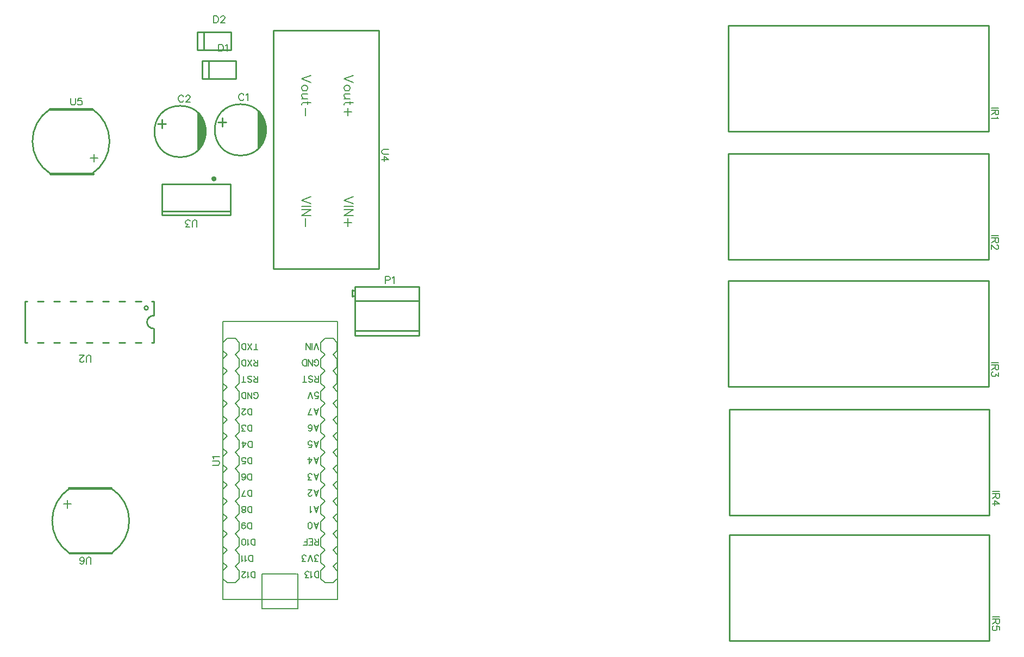
<source format=gto>
G04 Layer: TopSilkscreenLayer*
G04 EasyEDA v6.5.42, 2024-03-09 14:26:13*
G04 86abbcd208f74741804ea8bf9407674b,eef5abb128bb431e85b49fc667c07292,10*
G04 Gerber Generator version 0.2*
G04 Scale: 100 percent, Rotated: No, Reflected: No *
G04 Dimensions in millimeters *
G04 leading zeros omitted , absolute positions ,4 integer and 5 decimal *
%FSLAX45Y45*%
%MOMM*%

%ADD10C,0.1524*%
%ADD11C,0.2032*%
%ADD12C,0.1500*%
%ADD13C,0.2540*%
%ADD14C,0.1520*%
%ADD15C,0.4000*%
%ADD16C,0.0133*%

%LPD*%
D10*
X1066797Y-1370584D02*
G01*
X1066797Y-1448561D01*
X1071877Y-1464055D01*
X1082291Y-1474469D01*
X1098039Y-1479550D01*
X1108453Y-1479550D01*
X1123947Y-1474469D01*
X1134361Y-1464055D01*
X1139441Y-1448561D01*
X1139441Y-1370584D01*
X1236215Y-1370584D02*
G01*
X1184145Y-1370584D01*
X1179065Y-1417319D01*
X1184145Y-1412239D01*
X1199893Y-1406905D01*
X1215387Y-1406905D01*
X1230881Y-1412239D01*
X1241295Y-1422400D01*
X1246629Y-1438147D01*
X1246629Y-1448561D01*
X1241295Y-1464055D01*
X1230881Y-1474469D01*
X1215387Y-1479550D01*
X1199893Y-1479550D01*
X1184145Y-1474469D01*
X1179065Y-1469389D01*
X1173731Y-1458976D01*
D11*
X1433065Y-2244089D02*
G01*
X1433065Y-2366771D01*
X1371597Y-2305303D02*
G01*
X1494279Y-2305303D01*
D10*
X1384302Y-8637015D02*
G01*
X1384302Y-8559037D01*
X1379222Y-8543543D01*
X1368808Y-8533129D01*
X1353060Y-8528050D01*
X1342646Y-8528050D01*
X1327152Y-8533129D01*
X1316738Y-8543543D01*
X1311658Y-8559037D01*
X1311658Y-8637015D01*
X1214884Y-8621521D02*
G01*
X1220218Y-8631935D01*
X1235712Y-8637015D01*
X1246126Y-8637015D01*
X1261620Y-8631935D01*
X1272034Y-8616187D01*
X1277368Y-8590279D01*
X1277368Y-8564371D01*
X1272034Y-8543543D01*
X1261620Y-8533129D01*
X1246126Y-8528050D01*
X1240792Y-8528050D01*
X1225298Y-8533129D01*
X1214884Y-8543543D01*
X1209804Y-8559037D01*
X1209804Y-8564371D01*
X1214884Y-8579865D01*
X1225298Y-8590279D01*
X1240792Y-8595359D01*
X1246126Y-8595359D01*
X1261620Y-8590279D01*
X1272034Y-8579865D01*
X1277368Y-8564371D01*
D11*
X1018034Y-7763509D02*
G01*
X1018034Y-7640827D01*
X1079502Y-7702295D02*
G01*
X956820Y-7702295D01*
D10*
X3763477Y-1327452D02*
G01*
X3758143Y-1317038D01*
X3747729Y-1306624D01*
X3737569Y-1301544D01*
X3716741Y-1301544D01*
X3706327Y-1306624D01*
X3695913Y-1317038D01*
X3690579Y-1327452D01*
X3685499Y-1343200D01*
X3685499Y-1369108D01*
X3690579Y-1384602D01*
X3695913Y-1395016D01*
X3706327Y-1405430D01*
X3716741Y-1410510D01*
X3737569Y-1410510D01*
X3747729Y-1405430D01*
X3758143Y-1395016D01*
X3763477Y-1384602D01*
X3797767Y-1322372D02*
G01*
X3808181Y-1317038D01*
X3823675Y-1301544D01*
X3823675Y-1410510D01*
X2823677Y-1352852D02*
G01*
X2818343Y-1342438D01*
X2807929Y-1332024D01*
X2797769Y-1326944D01*
X2776941Y-1326944D01*
X2766527Y-1332024D01*
X2756113Y-1342438D01*
X2750779Y-1352852D01*
X2745699Y-1368600D01*
X2745699Y-1394508D01*
X2750779Y-1410002D01*
X2756113Y-1420416D01*
X2766527Y-1430830D01*
X2776941Y-1435910D01*
X2797769Y-1435910D01*
X2807929Y-1430830D01*
X2818343Y-1420416D01*
X2823677Y-1410002D01*
X2863047Y-1352852D02*
G01*
X2863047Y-1347772D01*
X2868381Y-1337358D01*
X2873461Y-1332024D01*
X2883875Y-1326944D01*
X2904703Y-1326944D01*
X2915117Y-1332024D01*
X2920197Y-1337358D01*
X2925531Y-1347772D01*
X2925531Y-1358186D01*
X2920197Y-1368600D01*
X2909783Y-1384094D01*
X2857967Y-1435910D01*
X2930611Y-1435910D01*
X3371850Y-532384D02*
G01*
X3371850Y-641350D01*
X3371850Y-532384D02*
G01*
X3408171Y-532384D01*
X3423920Y-537463D01*
X3434079Y-547877D01*
X3439413Y-558292D01*
X3444493Y-574039D01*
X3444493Y-599947D01*
X3439413Y-615442D01*
X3434079Y-625855D01*
X3423920Y-636269D01*
X3408171Y-641350D01*
X3371850Y-641350D01*
X3478784Y-553211D02*
G01*
X3489197Y-547877D01*
X3504945Y-532384D01*
X3504945Y-641350D01*
X3295650Y-87884D02*
G01*
X3295650Y-196850D01*
X3295650Y-87884D02*
G01*
X3331971Y-87884D01*
X3347720Y-92963D01*
X3357879Y-103377D01*
X3363213Y-113792D01*
X3368293Y-129539D01*
X3368293Y-155447D01*
X3363213Y-170942D01*
X3357879Y-181355D01*
X3347720Y-191769D01*
X3331971Y-196850D01*
X3295650Y-196850D01*
X3407918Y-113792D02*
G01*
X3407918Y-108711D01*
X3412997Y-98297D01*
X3418331Y-92963D01*
X3428745Y-87884D01*
X3449320Y-87884D01*
X3459734Y-92963D01*
X3465068Y-98297D01*
X3470147Y-108711D01*
X3470147Y-119126D01*
X3465068Y-129539D01*
X3454654Y-145034D01*
X3402584Y-196850D01*
X3475481Y-196850D01*
X15520416Y-1524000D02*
G01*
X15411450Y-1524000D01*
X15520416Y-1558289D02*
G01*
X15411450Y-1558289D01*
X15520416Y-1558289D02*
G01*
X15520416Y-1605026D01*
X15515336Y-1620519D01*
X15510002Y-1625853D01*
X15499588Y-1630934D01*
X15489173Y-1630934D01*
X15478759Y-1625853D01*
X15473679Y-1620519D01*
X15468600Y-1605026D01*
X15468600Y-1558289D01*
X15468600Y-1594611D02*
G01*
X15411450Y-1630934D01*
X15499588Y-1665223D02*
G01*
X15504921Y-1675637D01*
X15520416Y-1691385D01*
X15411450Y-1691385D01*
X15520416Y-3517900D02*
G01*
X15411450Y-3517900D01*
X15520416Y-3552189D02*
G01*
X15411450Y-3552189D01*
X15520416Y-3552189D02*
G01*
X15520416Y-3598926D01*
X15515336Y-3614419D01*
X15510002Y-3619753D01*
X15499588Y-3624834D01*
X15489173Y-3624834D01*
X15478759Y-3619753D01*
X15473679Y-3614419D01*
X15468600Y-3598926D01*
X15468600Y-3552189D01*
X15468600Y-3588511D02*
G01*
X15411450Y-3624834D01*
X15494507Y-3664457D02*
G01*
X15499588Y-3664457D01*
X15510002Y-3669537D01*
X15515336Y-3674871D01*
X15520416Y-3685285D01*
X15520416Y-3705859D01*
X15515336Y-3716273D01*
X15510002Y-3721607D01*
X15499588Y-3726687D01*
X15489173Y-3726687D01*
X15478759Y-3721607D01*
X15463266Y-3711193D01*
X15411450Y-3659123D01*
X15411450Y-3732021D01*
X15520416Y-5499100D02*
G01*
X15411450Y-5499100D01*
X15520416Y-5533389D02*
G01*
X15411450Y-5533389D01*
X15520416Y-5533389D02*
G01*
X15520416Y-5580126D01*
X15515336Y-5595619D01*
X15510002Y-5600953D01*
X15499588Y-5606034D01*
X15489173Y-5606034D01*
X15478759Y-5600953D01*
X15473679Y-5595619D01*
X15468600Y-5580126D01*
X15468600Y-5533389D01*
X15468600Y-5569711D02*
G01*
X15411450Y-5606034D01*
X15520416Y-5650737D02*
G01*
X15520416Y-5707887D01*
X15478759Y-5676900D01*
X15478759Y-5692393D01*
X15473679Y-5702807D01*
X15468600Y-5707887D01*
X15452852Y-5713221D01*
X15442438Y-5713221D01*
X15426943Y-5707887D01*
X15416529Y-5697473D01*
X15411450Y-5681979D01*
X15411450Y-5666485D01*
X15416529Y-5650737D01*
X15421609Y-5645657D01*
X15432023Y-5640323D01*
X15533116Y-7505700D02*
G01*
X15424150Y-7505700D01*
X15533116Y-7539989D02*
G01*
X15424150Y-7539989D01*
X15533116Y-7539989D02*
G01*
X15533116Y-7586726D01*
X15528036Y-7602219D01*
X15522702Y-7607553D01*
X15512288Y-7612634D01*
X15501873Y-7612634D01*
X15491459Y-7607553D01*
X15486379Y-7602219D01*
X15481300Y-7586726D01*
X15481300Y-7539989D01*
X15481300Y-7576311D02*
G01*
X15424150Y-7612634D01*
X15533116Y-7698993D02*
G01*
X15460471Y-7646923D01*
X15460471Y-7724901D01*
X15533116Y-7698993D02*
G01*
X15424150Y-7698993D01*
X15533116Y-9461500D02*
G01*
X15424150Y-9461500D01*
X15533116Y-9495789D02*
G01*
X15424150Y-9495789D01*
X15533116Y-9495789D02*
G01*
X15533116Y-9542526D01*
X15528036Y-9558019D01*
X15522702Y-9563353D01*
X15512288Y-9568434D01*
X15501873Y-9568434D01*
X15491459Y-9563353D01*
X15486379Y-9558019D01*
X15481300Y-9542526D01*
X15481300Y-9495789D01*
X15481300Y-9532111D02*
G01*
X15424150Y-9568434D01*
X15533116Y-9665208D02*
G01*
X15533116Y-9613137D01*
X15486379Y-9608058D01*
X15491459Y-9613137D01*
X15496793Y-9628885D01*
X15496793Y-9644379D01*
X15491459Y-9659874D01*
X15481300Y-9670287D01*
X15465552Y-9675621D01*
X15455138Y-9675621D01*
X15439643Y-9670287D01*
X15429229Y-9659874D01*
X15424150Y-9644379D01*
X15424150Y-9628885D01*
X15429229Y-9613137D01*
X15434309Y-9608058D01*
X15444723Y-9602724D01*
X5970523Y-4153407D02*
G01*
X5970523Y-4262373D01*
X5970523Y-4153407D02*
G01*
X6017259Y-4153407D01*
X6032754Y-4158487D01*
X6038088Y-4163821D01*
X6043168Y-4174235D01*
X6043168Y-4189729D01*
X6038088Y-4200143D01*
X6032754Y-4205223D01*
X6017259Y-4210557D01*
X5970523Y-4210557D01*
X6077457Y-4174235D02*
G01*
X6087871Y-4168901D01*
X6103620Y-4153407D01*
X6103620Y-4262373D01*
X3275584Y-7099300D02*
G01*
X3353561Y-7099300D01*
X3369055Y-7094219D01*
X3379470Y-7083805D01*
X3384550Y-7068058D01*
X3384550Y-7057643D01*
X3379470Y-7042150D01*
X3369055Y-7031735D01*
X3353561Y-7026655D01*
X3275584Y-7026655D01*
X3296411Y-6992365D02*
G01*
X3291077Y-6981951D01*
X3275584Y-6966203D01*
X3384550Y-6966203D01*
D12*
X4929705Y-8847137D02*
G01*
X4929705Y-8751633D01*
X4929705Y-8847137D02*
G01*
X4897955Y-8847137D01*
X4884239Y-8842565D01*
X4875095Y-8833675D01*
X4870523Y-8824531D01*
X4865951Y-8810815D01*
X4865951Y-8788209D01*
X4870523Y-8774493D01*
X4875095Y-8765349D01*
X4884239Y-8756205D01*
X4897955Y-8751633D01*
X4929705Y-8751633D01*
X4835979Y-8829103D02*
G01*
X4827089Y-8833675D01*
X4813373Y-8847137D01*
X4813373Y-8751633D01*
X4774257Y-8847137D02*
G01*
X4724219Y-8847137D01*
X4751397Y-8810815D01*
X4737935Y-8810815D01*
X4728791Y-8806243D01*
X4724219Y-8801671D01*
X4719647Y-8788209D01*
X4719647Y-8779065D01*
X4724219Y-8765349D01*
X4733363Y-8756205D01*
X4747079Y-8751633D01*
X4760541Y-8751633D01*
X4774257Y-8756205D01*
X4778829Y-8760777D01*
X4783401Y-8769921D01*
X4920566Y-8593142D02*
G01*
X4870528Y-8593142D01*
X4897960Y-8556820D01*
X4884244Y-8556820D01*
X4875100Y-8552248D01*
X4870528Y-8547676D01*
X4865956Y-8534214D01*
X4865956Y-8525070D01*
X4870528Y-8511354D01*
X4879672Y-8502210D01*
X4893388Y-8497638D01*
X4907104Y-8497638D01*
X4920566Y-8502210D01*
X4925138Y-8506782D01*
X4929710Y-8515926D01*
X4835984Y-8593142D02*
G01*
X4799662Y-8497638D01*
X4763340Y-8593142D02*
G01*
X4799662Y-8497638D01*
X4724224Y-8593142D02*
G01*
X4674186Y-8593142D01*
X4701618Y-8556820D01*
X4687902Y-8556820D01*
X4678758Y-8552248D01*
X4674186Y-8547676D01*
X4669614Y-8534214D01*
X4669614Y-8525070D01*
X4674186Y-8511354D01*
X4683330Y-8502210D01*
X4697046Y-8497638D01*
X4710508Y-8497638D01*
X4724224Y-8502210D01*
X4728796Y-8506782D01*
X4733368Y-8515926D01*
X4929710Y-8339142D02*
G01*
X4929710Y-8243638D01*
X4929710Y-8339142D02*
G01*
X4888816Y-8339142D01*
X4875100Y-8334570D01*
X4870528Y-8329998D01*
X4865956Y-8321108D01*
X4865956Y-8311964D01*
X4870528Y-8302820D01*
X4875100Y-8298248D01*
X4888816Y-8293676D01*
X4929710Y-8293676D01*
X4897960Y-8293676D02*
G01*
X4865956Y-8243638D01*
X4835984Y-8339142D02*
G01*
X4835984Y-8243638D01*
X4835984Y-8339142D02*
G01*
X4777056Y-8339142D01*
X4835984Y-8293676D02*
G01*
X4799662Y-8293676D01*
X4835984Y-8243638D02*
G01*
X4777056Y-8243638D01*
X4747084Y-8339142D02*
G01*
X4747084Y-8243638D01*
X4747084Y-8339142D02*
G01*
X4687902Y-8339142D01*
X4747084Y-8293676D02*
G01*
X4710508Y-8293676D01*
X4893386Y-8085140D02*
G01*
X4929708Y-7989636D01*
X4893386Y-8085140D02*
G01*
X4857064Y-7989636D01*
X4915992Y-8021640D02*
G01*
X4870526Y-8021640D01*
X4799660Y-8085140D02*
G01*
X4813376Y-8080568D01*
X4822520Y-8067106D01*
X4827092Y-8044246D01*
X4827092Y-8030784D01*
X4822520Y-8007924D01*
X4813376Y-7994208D01*
X4799660Y-7989636D01*
X4790516Y-7989636D01*
X4777054Y-7994208D01*
X4767910Y-8007924D01*
X4763338Y-8030784D01*
X4763338Y-8044246D01*
X4767910Y-8067106D01*
X4777054Y-8080568D01*
X4790516Y-8085140D01*
X4799660Y-8085140D01*
X4893388Y-7831142D02*
G01*
X4929710Y-7735638D01*
X4893388Y-7831142D02*
G01*
X4857066Y-7735638D01*
X4915994Y-7767642D02*
G01*
X4870528Y-7767642D01*
X4827094Y-7813108D02*
G01*
X4817950Y-7817680D01*
X4804234Y-7831142D01*
X4804234Y-7735638D01*
X4893386Y-7577140D02*
G01*
X4929708Y-7481636D01*
X4893386Y-7577140D02*
G01*
X4857064Y-7481636D01*
X4915992Y-7513640D02*
G01*
X4870526Y-7513640D01*
X4822520Y-7554534D02*
G01*
X4822520Y-7559106D01*
X4817948Y-7567996D01*
X4813376Y-7572568D01*
X4804232Y-7577140D01*
X4786198Y-7577140D01*
X4777054Y-7572568D01*
X4772482Y-7567996D01*
X4767910Y-7559106D01*
X4767910Y-7549962D01*
X4772482Y-7540818D01*
X4781626Y-7527102D01*
X4827092Y-7481636D01*
X4763338Y-7481636D01*
X4893386Y-7323140D02*
G01*
X4929708Y-7227636D01*
X4893386Y-7323140D02*
G01*
X4857064Y-7227636D01*
X4915992Y-7259640D02*
G01*
X4870526Y-7259640D01*
X4817948Y-7323140D02*
G01*
X4767910Y-7323140D01*
X4795088Y-7286818D01*
X4781626Y-7286818D01*
X4772482Y-7282246D01*
X4767910Y-7277674D01*
X4763338Y-7264212D01*
X4763338Y-7255068D01*
X4767910Y-7241352D01*
X4777054Y-7232208D01*
X4790516Y-7227636D01*
X4804232Y-7227636D01*
X4817948Y-7232208D01*
X4822520Y-7236780D01*
X4827092Y-7245924D01*
X4893383Y-7069137D02*
G01*
X4929705Y-6973633D01*
X4893383Y-7069137D02*
G01*
X4857061Y-6973633D01*
X4915989Y-7005637D02*
G01*
X4870523Y-7005637D01*
X4781623Y-7069137D02*
G01*
X4827089Y-7005637D01*
X4758763Y-7005637D01*
X4781623Y-7069137D02*
G01*
X4781623Y-6973633D01*
X4893386Y-6815140D02*
G01*
X4929708Y-6719636D01*
X4893386Y-6815140D02*
G01*
X4857064Y-6719636D01*
X4915992Y-6751640D02*
G01*
X4870526Y-6751640D01*
X4772482Y-6815140D02*
G01*
X4817948Y-6815140D01*
X4822520Y-6774246D01*
X4817948Y-6778818D01*
X4804232Y-6783390D01*
X4790516Y-6783390D01*
X4777054Y-6778818D01*
X4767910Y-6769674D01*
X4763338Y-6756212D01*
X4763338Y-6747068D01*
X4767910Y-6733352D01*
X4777054Y-6724208D01*
X4790516Y-6719636D01*
X4804232Y-6719636D01*
X4817948Y-6724208D01*
X4822520Y-6728780D01*
X4827092Y-6737924D01*
X4893383Y-6561137D02*
G01*
X4929705Y-6465633D01*
X4893383Y-6561137D02*
G01*
X4857061Y-6465633D01*
X4915989Y-6497637D02*
G01*
X4870523Y-6497637D01*
X4772479Y-6547675D02*
G01*
X4777051Y-6556565D01*
X4790513Y-6561137D01*
X4799657Y-6561137D01*
X4813373Y-6556565D01*
X4822517Y-6543103D01*
X4827089Y-6520243D01*
X4827089Y-6497637D01*
X4822517Y-6479349D01*
X4813373Y-6470205D01*
X4799657Y-6465633D01*
X4795085Y-6465633D01*
X4781623Y-6470205D01*
X4772479Y-6479349D01*
X4767907Y-6493065D01*
X4767907Y-6497637D01*
X4772479Y-6511099D01*
X4781623Y-6520243D01*
X4795085Y-6524815D01*
X4799657Y-6524815D01*
X4813373Y-6520243D01*
X4822517Y-6511099D01*
X4827089Y-6497637D01*
X4893386Y-6307140D02*
G01*
X4929708Y-6211636D01*
X4893386Y-6307140D02*
G01*
X4857064Y-6211636D01*
X4915992Y-6243640D02*
G01*
X4870526Y-6243640D01*
X4763338Y-6307140D02*
G01*
X4808804Y-6211636D01*
X4827092Y-6307140D02*
G01*
X4763338Y-6307140D01*
X4875098Y-6053140D02*
G01*
X4920564Y-6053140D01*
X4925136Y-6012246D01*
X4920564Y-6016818D01*
X4907102Y-6021390D01*
X4893386Y-6021390D01*
X4879670Y-6016818D01*
X4870526Y-6007674D01*
X4865954Y-5994212D01*
X4865954Y-5985068D01*
X4870526Y-5971352D01*
X4879670Y-5962208D01*
X4893386Y-5957636D01*
X4907102Y-5957636D01*
X4920564Y-5962208D01*
X4925136Y-5966780D01*
X4929708Y-5975924D01*
X4835982Y-6053140D02*
G01*
X4799660Y-5957636D01*
X4763338Y-6053140D02*
G01*
X4799660Y-5957636D01*
X4929710Y-5799142D02*
G01*
X4929710Y-5703638D01*
X4929710Y-5799142D02*
G01*
X4888816Y-5799142D01*
X4875100Y-5794570D01*
X4870528Y-5789998D01*
X4865956Y-5781108D01*
X4865956Y-5771964D01*
X4870528Y-5762820D01*
X4875100Y-5758248D01*
X4888816Y-5753676D01*
X4929710Y-5753676D01*
X4897960Y-5753676D02*
G01*
X4865956Y-5703638D01*
X4772484Y-5785680D02*
G01*
X4781628Y-5794570D01*
X4795090Y-5799142D01*
X4813378Y-5799142D01*
X4827094Y-5794570D01*
X4835984Y-5785680D01*
X4835984Y-5776536D01*
X4831412Y-5767392D01*
X4827094Y-5762820D01*
X4817950Y-5758248D01*
X4790518Y-5749104D01*
X4781628Y-5744786D01*
X4777056Y-5740214D01*
X4772484Y-5731070D01*
X4772484Y-5717354D01*
X4781628Y-5708210D01*
X4795090Y-5703638D01*
X4813378Y-5703638D01*
X4827094Y-5708210D01*
X4835984Y-5717354D01*
X4710508Y-5799142D02*
G01*
X4710508Y-5703638D01*
X4742512Y-5799142D02*
G01*
X4678758Y-5799142D01*
X4861636Y-5522534D02*
G01*
X4865954Y-5531678D01*
X4875098Y-5540568D01*
X4884242Y-5545140D01*
X4902530Y-5545140D01*
X4911420Y-5540568D01*
X4920564Y-5531678D01*
X4925136Y-5522534D01*
X4929708Y-5508818D01*
X4929708Y-5486212D01*
X4925136Y-5472496D01*
X4920564Y-5463352D01*
X4911420Y-5454208D01*
X4902530Y-5449636D01*
X4884242Y-5449636D01*
X4875098Y-5454208D01*
X4865954Y-5463352D01*
X4861636Y-5472496D01*
X4861636Y-5486212D01*
X4884242Y-5486212D02*
G01*
X4861636Y-5486212D01*
X4831410Y-5545140D02*
G01*
X4831410Y-5449636D01*
X4831410Y-5545140D02*
G01*
X4767910Y-5449636D01*
X4767910Y-5545140D02*
G01*
X4767910Y-5449636D01*
X4737938Y-5545140D02*
G01*
X4737938Y-5449636D01*
X4737938Y-5545140D02*
G01*
X4706188Y-5545140D01*
X4692472Y-5540568D01*
X4683328Y-5531678D01*
X4678756Y-5522534D01*
X4674184Y-5508818D01*
X4674184Y-5486212D01*
X4678756Y-5472496D01*
X4683328Y-5463352D01*
X4692472Y-5454208D01*
X4706188Y-5449636D01*
X4737938Y-5449636D01*
X4929705Y-5291137D02*
G01*
X4893383Y-5195633D01*
X4857061Y-5291137D02*
G01*
X4893383Y-5195633D01*
X4827089Y-5291137D02*
G01*
X4827089Y-5195633D01*
X4796863Y-5291137D02*
G01*
X4796863Y-5195633D01*
X4796863Y-5291137D02*
G01*
X4733363Y-5195633D01*
X4733363Y-5291137D02*
G01*
X4733363Y-5195633D01*
X3940807Y-8849141D02*
G01*
X3940807Y-8753637D01*
X3940807Y-8849141D02*
G01*
X3909057Y-8849141D01*
X3895341Y-8844569D01*
X3886197Y-8835679D01*
X3881625Y-8826535D01*
X3877053Y-8812819D01*
X3877053Y-8790213D01*
X3881625Y-8776497D01*
X3886197Y-8767353D01*
X3895341Y-8758209D01*
X3909057Y-8753637D01*
X3940807Y-8753637D01*
X3847081Y-8831107D02*
G01*
X3838191Y-8835679D01*
X3824475Y-8849141D01*
X3824475Y-8753637D01*
X3789931Y-8826535D02*
G01*
X3789931Y-8831107D01*
X3785359Y-8839997D01*
X3780787Y-8844569D01*
X3771643Y-8849141D01*
X3753609Y-8849141D01*
X3744465Y-8844569D01*
X3739893Y-8839997D01*
X3735321Y-8831107D01*
X3735321Y-8821963D01*
X3739893Y-8812819D01*
X3749037Y-8799103D01*
X3794503Y-8753637D01*
X3730749Y-8753637D01*
X3899913Y-8595144D02*
G01*
X3899913Y-8499640D01*
X3899913Y-8595144D02*
G01*
X3868163Y-8595144D01*
X3854447Y-8590572D01*
X3845303Y-8581682D01*
X3840731Y-8572538D01*
X3836159Y-8558822D01*
X3836159Y-8536216D01*
X3840731Y-8522500D01*
X3845303Y-8513356D01*
X3854447Y-8504212D01*
X3868163Y-8499640D01*
X3899913Y-8499640D01*
X3806187Y-8577110D02*
G01*
X3797297Y-8581682D01*
X3783581Y-8595144D01*
X3783581Y-8499640D01*
X3753609Y-8577110D02*
G01*
X3744465Y-8581682D01*
X3730749Y-8595144D01*
X3730749Y-8499640D01*
X3940807Y-8341141D02*
G01*
X3940807Y-8245637D01*
X3940807Y-8341141D02*
G01*
X3909057Y-8341141D01*
X3895341Y-8336569D01*
X3886197Y-8327679D01*
X3881625Y-8318535D01*
X3877053Y-8304819D01*
X3877053Y-8282213D01*
X3881625Y-8268497D01*
X3886197Y-8259353D01*
X3895341Y-8250209D01*
X3909057Y-8245637D01*
X3940807Y-8245637D01*
X3847081Y-8323107D02*
G01*
X3838191Y-8327679D01*
X3824475Y-8341141D01*
X3824475Y-8245637D01*
X3767071Y-8341141D02*
G01*
X3780787Y-8336569D01*
X3789931Y-8323107D01*
X3794503Y-8300247D01*
X3794503Y-8286785D01*
X3789931Y-8263925D01*
X3780787Y-8250209D01*
X3767071Y-8245637D01*
X3758181Y-8245637D01*
X3744465Y-8250209D01*
X3735321Y-8263925D01*
X3730749Y-8286785D01*
X3730749Y-8300247D01*
X3735321Y-8323107D01*
X3744465Y-8336569D01*
X3758181Y-8341141D01*
X3767071Y-8341141D01*
X3883403Y-8087141D02*
G01*
X3883403Y-7991637D01*
X3883403Y-8087141D02*
G01*
X3851653Y-8087141D01*
X3837937Y-8082569D01*
X3828793Y-8073679D01*
X3824221Y-8064535D01*
X3819649Y-8050819D01*
X3819649Y-8028213D01*
X3824221Y-8014497D01*
X3828793Y-8005353D01*
X3837937Y-7996209D01*
X3851653Y-7991637D01*
X3883403Y-7991637D01*
X3730749Y-8055391D02*
G01*
X3735321Y-8041675D01*
X3744211Y-8032785D01*
X3757927Y-8028213D01*
X3762499Y-8028213D01*
X3776215Y-8032785D01*
X3785105Y-8041675D01*
X3789677Y-8055391D01*
X3789677Y-8059963D01*
X3785105Y-8073679D01*
X3776215Y-8082569D01*
X3762499Y-8087141D01*
X3757927Y-8087141D01*
X3744211Y-8082569D01*
X3735321Y-8073679D01*
X3730749Y-8055391D01*
X3730749Y-8032785D01*
X3735321Y-8009925D01*
X3744211Y-7996209D01*
X3757927Y-7991637D01*
X3767071Y-7991637D01*
X3780787Y-7996209D01*
X3785105Y-8005353D01*
X3887975Y-7833144D02*
G01*
X3887975Y-7737640D01*
X3887975Y-7833144D02*
G01*
X3856225Y-7833144D01*
X3842509Y-7828572D01*
X3833365Y-7819682D01*
X3828793Y-7810538D01*
X3824221Y-7796822D01*
X3824221Y-7774216D01*
X3828793Y-7760500D01*
X3833365Y-7751356D01*
X3842509Y-7742212D01*
X3856225Y-7737640D01*
X3887975Y-7737640D01*
X3771643Y-7833144D02*
G01*
X3785359Y-7828572D01*
X3789677Y-7819682D01*
X3789677Y-7810538D01*
X3785359Y-7801394D01*
X3776215Y-7796822D01*
X3757927Y-7792250D01*
X3744465Y-7787678D01*
X3735321Y-7778788D01*
X3730749Y-7769644D01*
X3730749Y-7755928D01*
X3735321Y-7746784D01*
X3739893Y-7742212D01*
X3753355Y-7737640D01*
X3771643Y-7737640D01*
X3785359Y-7742212D01*
X3789677Y-7746784D01*
X3794249Y-7755928D01*
X3794249Y-7769644D01*
X3789677Y-7778788D01*
X3780787Y-7787678D01*
X3767071Y-7792250D01*
X3748783Y-7796822D01*
X3739893Y-7801394D01*
X3735321Y-7810538D01*
X3735321Y-7819682D01*
X3739893Y-7828572D01*
X3753355Y-7833144D01*
X3771643Y-7833144D01*
X3887975Y-7579141D02*
G01*
X3887975Y-7483637D01*
X3887975Y-7579141D02*
G01*
X3856225Y-7579141D01*
X3842509Y-7574569D01*
X3833365Y-7565679D01*
X3828793Y-7556535D01*
X3824221Y-7542819D01*
X3824221Y-7520213D01*
X3828793Y-7506497D01*
X3833365Y-7497353D01*
X3842509Y-7488209D01*
X3856225Y-7483637D01*
X3887975Y-7483637D01*
X3730749Y-7579141D02*
G01*
X3776215Y-7483637D01*
X3794249Y-7579141D02*
G01*
X3730749Y-7579141D01*
X3883403Y-7325141D02*
G01*
X3883403Y-7229637D01*
X3883403Y-7325141D02*
G01*
X3851653Y-7325141D01*
X3837937Y-7320569D01*
X3828793Y-7311679D01*
X3824221Y-7302535D01*
X3819649Y-7288819D01*
X3819649Y-7266213D01*
X3824221Y-7252497D01*
X3828793Y-7243353D01*
X3837937Y-7234209D01*
X3851653Y-7229637D01*
X3883403Y-7229637D01*
X3735321Y-7311679D02*
G01*
X3739893Y-7320569D01*
X3753355Y-7325141D01*
X3762499Y-7325141D01*
X3776215Y-7320569D01*
X3785105Y-7307107D01*
X3789677Y-7284247D01*
X3789677Y-7261641D01*
X3785105Y-7243353D01*
X3776215Y-7234209D01*
X3762499Y-7229637D01*
X3757927Y-7229637D01*
X3744211Y-7234209D01*
X3735321Y-7243353D01*
X3730749Y-7257069D01*
X3730749Y-7261641D01*
X3735321Y-7275103D01*
X3744211Y-7284247D01*
X3757927Y-7288819D01*
X3762499Y-7288819D01*
X3776215Y-7284247D01*
X3785105Y-7275103D01*
X3789677Y-7261641D01*
X3887975Y-7071144D02*
G01*
X3887975Y-6975640D01*
X3887975Y-7071144D02*
G01*
X3856225Y-7071144D01*
X3842509Y-7066572D01*
X3833365Y-7057682D01*
X3828793Y-7048538D01*
X3824221Y-7034822D01*
X3824221Y-7012216D01*
X3828793Y-6998500D01*
X3833365Y-6989356D01*
X3842509Y-6980212D01*
X3856225Y-6975640D01*
X3887975Y-6975640D01*
X3739893Y-7071144D02*
G01*
X3785359Y-7071144D01*
X3789677Y-7030250D01*
X3785359Y-7034822D01*
X3771643Y-7039394D01*
X3757927Y-7039394D01*
X3744465Y-7034822D01*
X3735321Y-7025678D01*
X3730749Y-7012216D01*
X3730749Y-7003072D01*
X3735321Y-6989356D01*
X3744465Y-6980212D01*
X3757927Y-6975640D01*
X3771643Y-6975640D01*
X3785359Y-6980212D01*
X3789677Y-6984784D01*
X3794249Y-6993928D01*
X3892547Y-6817141D02*
G01*
X3892547Y-6721637D01*
X3892547Y-6817141D02*
G01*
X3860797Y-6817141D01*
X3847081Y-6812569D01*
X3837937Y-6803679D01*
X3833365Y-6794535D01*
X3828793Y-6780819D01*
X3828793Y-6758213D01*
X3833365Y-6744497D01*
X3837937Y-6735353D01*
X3847081Y-6726209D01*
X3860797Y-6721637D01*
X3892547Y-6721637D01*
X3753355Y-6817141D02*
G01*
X3798821Y-6753641D01*
X3730749Y-6753641D01*
X3753355Y-6817141D02*
G01*
X3753355Y-6721637D01*
X3887975Y-6563141D02*
G01*
X3887975Y-6467637D01*
X3887975Y-6563141D02*
G01*
X3856225Y-6563141D01*
X3842509Y-6558569D01*
X3833365Y-6549679D01*
X3828793Y-6540535D01*
X3824221Y-6526819D01*
X3824221Y-6504213D01*
X3828793Y-6490497D01*
X3833365Y-6481353D01*
X3842509Y-6472209D01*
X3856225Y-6467637D01*
X3887975Y-6467637D01*
X3785359Y-6563141D02*
G01*
X3735321Y-6563141D01*
X3762499Y-6526819D01*
X3748783Y-6526819D01*
X3739893Y-6522247D01*
X3735321Y-6517675D01*
X3730749Y-6504213D01*
X3730749Y-6495069D01*
X3735321Y-6481353D01*
X3744465Y-6472209D01*
X3757927Y-6467637D01*
X3771643Y-6467637D01*
X3785359Y-6472209D01*
X3789677Y-6476781D01*
X3794249Y-6485925D01*
X3887975Y-6309144D02*
G01*
X3887975Y-6213640D01*
X3887975Y-6309144D02*
G01*
X3856225Y-6309144D01*
X3842509Y-6304572D01*
X3833365Y-6295682D01*
X3828793Y-6286538D01*
X3824221Y-6272822D01*
X3824221Y-6250216D01*
X3828793Y-6236500D01*
X3833365Y-6227356D01*
X3842509Y-6218212D01*
X3856225Y-6213640D01*
X3887975Y-6213640D01*
X3789677Y-6286538D02*
G01*
X3789677Y-6291110D01*
X3785359Y-6300000D01*
X3780787Y-6304572D01*
X3771643Y-6309144D01*
X3753355Y-6309144D01*
X3744465Y-6304572D01*
X3739893Y-6300000D01*
X3735321Y-6291110D01*
X3735321Y-6281966D01*
X3739893Y-6272822D01*
X3748783Y-6259106D01*
X3794249Y-6213640D01*
X3730749Y-6213640D01*
X3918201Y-6032535D02*
G01*
X3922519Y-6041679D01*
X3931663Y-6050569D01*
X3940807Y-6055141D01*
X3959095Y-6055141D01*
X3967985Y-6050569D01*
X3977129Y-6041679D01*
X3981701Y-6032535D01*
X3986273Y-6018819D01*
X3986273Y-5996213D01*
X3981701Y-5982497D01*
X3977129Y-5973353D01*
X3967985Y-5964209D01*
X3959095Y-5959637D01*
X3940807Y-5959637D01*
X3931663Y-5964209D01*
X3922519Y-5973353D01*
X3918201Y-5982497D01*
X3918201Y-5996213D01*
X3940807Y-5996213D02*
G01*
X3918201Y-5996213D01*
X3887975Y-6055141D02*
G01*
X3887975Y-5959637D01*
X3887975Y-6055141D02*
G01*
X3824475Y-5959637D01*
X3824475Y-6055141D02*
G01*
X3824475Y-5959637D01*
X3794503Y-6055141D02*
G01*
X3794503Y-5959637D01*
X3794503Y-6055141D02*
G01*
X3762753Y-6055141D01*
X3749037Y-6050569D01*
X3739893Y-6041679D01*
X3735321Y-6032535D01*
X3730749Y-6018819D01*
X3730749Y-5996213D01*
X3735321Y-5982497D01*
X3739893Y-5973353D01*
X3749037Y-5964209D01*
X3762753Y-5959637D01*
X3794503Y-5959637D01*
X3981701Y-5801141D02*
G01*
X3981701Y-5705637D01*
X3981701Y-5801141D02*
G01*
X3940807Y-5801141D01*
X3927091Y-5796569D01*
X3922519Y-5791997D01*
X3917947Y-5783107D01*
X3917947Y-5773963D01*
X3922519Y-5764819D01*
X3927091Y-5760247D01*
X3940807Y-5755675D01*
X3981701Y-5755675D01*
X3949951Y-5755675D02*
G01*
X3917947Y-5705637D01*
X3824475Y-5787679D02*
G01*
X3833619Y-5796569D01*
X3847081Y-5801141D01*
X3865369Y-5801141D01*
X3879085Y-5796569D01*
X3887975Y-5787679D01*
X3887975Y-5778535D01*
X3883403Y-5769391D01*
X3879085Y-5764819D01*
X3869941Y-5760247D01*
X3842509Y-5751103D01*
X3833619Y-5746785D01*
X3829047Y-5742213D01*
X3824475Y-5733069D01*
X3824475Y-5719353D01*
X3833619Y-5710209D01*
X3847081Y-5705637D01*
X3865369Y-5705637D01*
X3879085Y-5710209D01*
X3887975Y-5719353D01*
X3762499Y-5801141D02*
G01*
X3762499Y-5705637D01*
X3794503Y-5801141D02*
G01*
X3730749Y-5801141D01*
X3981701Y-5547144D02*
G01*
X3981701Y-5451640D01*
X3981701Y-5547144D02*
G01*
X3940807Y-5547144D01*
X3927091Y-5542572D01*
X3922519Y-5538000D01*
X3917947Y-5529110D01*
X3917947Y-5519966D01*
X3922519Y-5510822D01*
X3927091Y-5506250D01*
X3940807Y-5501678D01*
X3981701Y-5501678D01*
X3949951Y-5501678D02*
G01*
X3917947Y-5451640D01*
X3887975Y-5547144D02*
G01*
X3824475Y-5451640D01*
X3824475Y-5547144D02*
G01*
X3887975Y-5451640D01*
X3794503Y-5547144D02*
G01*
X3794503Y-5451640D01*
X3794503Y-5547144D02*
G01*
X3762499Y-5547144D01*
X3749037Y-5542572D01*
X3739893Y-5533682D01*
X3735321Y-5524538D01*
X3730749Y-5510822D01*
X3730749Y-5488216D01*
X3735321Y-5474500D01*
X3739893Y-5465356D01*
X3749037Y-5456212D01*
X3762499Y-5451640D01*
X3794503Y-5451640D01*
X3949951Y-5293141D02*
G01*
X3949951Y-5197637D01*
X3981701Y-5293141D02*
G01*
X3917947Y-5293141D01*
X3887975Y-5293141D02*
G01*
X3824475Y-5197637D01*
X3824475Y-5293141D02*
G01*
X3887975Y-5197637D01*
X3794503Y-5293141D02*
G01*
X3794503Y-5197637D01*
X3794503Y-5293141D02*
G01*
X3762499Y-5293141D01*
X3749037Y-5288569D01*
X3739893Y-5279679D01*
X3735321Y-5270535D01*
X3730749Y-5256819D01*
X3730749Y-5234213D01*
X3735321Y-5220497D01*
X3739893Y-5211353D01*
X3749037Y-5202209D01*
X3762499Y-5197637D01*
X3794503Y-5197637D01*
D10*
X1384300Y-5487415D02*
G01*
X1384300Y-5409437D01*
X1379220Y-5393943D01*
X1368805Y-5383529D01*
X1353057Y-5378450D01*
X1342643Y-5378450D01*
X1327150Y-5383529D01*
X1316736Y-5393943D01*
X1311655Y-5409437D01*
X1311655Y-5487415D01*
X1272031Y-5461507D02*
G01*
X1272031Y-5466587D01*
X1266952Y-5477001D01*
X1261618Y-5482335D01*
X1251204Y-5487415D01*
X1230629Y-5487415D01*
X1220215Y-5482335D01*
X1214881Y-5477001D01*
X1209801Y-5466587D01*
X1209801Y-5456173D01*
X1214881Y-5445759D01*
X1225295Y-5430265D01*
X1277365Y-5378450D01*
X1204467Y-5378450D01*
X3035312Y-3379711D02*
G01*
X3035312Y-3301733D01*
X3030232Y-3286239D01*
X3019818Y-3275825D01*
X3004070Y-3270745D01*
X2993656Y-3270745D01*
X2978162Y-3275825D01*
X2967748Y-3286239D01*
X2962668Y-3301733D01*
X2962668Y-3379711D01*
X2917964Y-3379711D02*
G01*
X2860814Y-3379711D01*
X2891802Y-3338055D01*
X2876308Y-3338055D01*
X2865894Y-3332975D01*
X2860814Y-3327895D01*
X2855480Y-3312147D01*
X2855480Y-3301733D01*
X2860814Y-3286239D01*
X2871228Y-3275825D01*
X2886722Y-3270745D01*
X2902216Y-3270745D01*
X2917964Y-3275825D01*
X2923044Y-3280905D01*
X2928378Y-3291319D01*
X6020815Y-2171700D02*
G01*
X5942838Y-2171700D01*
X5927343Y-2176779D01*
X5916929Y-2187193D01*
X5911850Y-2202942D01*
X5911850Y-2213355D01*
X5916929Y-2228850D01*
X5927343Y-2239263D01*
X5942838Y-2244343D01*
X6020815Y-2244343D01*
X6020815Y-2330703D02*
G01*
X5948171Y-2278634D01*
X5948171Y-2356611D01*
X6020815Y-2330703D02*
G01*
X5911850Y-2330703D01*
D11*
X5466334Y-1016000D02*
G01*
X5323077Y-1070609D01*
X5466334Y-1124965D02*
G01*
X5323077Y-1070609D01*
X5418581Y-1204213D02*
G01*
X5411723Y-1190497D01*
X5398007Y-1176781D01*
X5377688Y-1170177D01*
X5363971Y-1170177D01*
X5343652Y-1176781D01*
X5329936Y-1190497D01*
X5323077Y-1204213D01*
X5323077Y-1224534D01*
X5329936Y-1238250D01*
X5343652Y-1251965D01*
X5363971Y-1258823D01*
X5377688Y-1258823D01*
X5398007Y-1251965D01*
X5411723Y-1238250D01*
X5418581Y-1224534D01*
X5418581Y-1204213D01*
X5418581Y-1303781D02*
G01*
X5350509Y-1303781D01*
X5329936Y-1310639D01*
X5323077Y-1324101D01*
X5323077Y-1344676D01*
X5329936Y-1358392D01*
X5350509Y-1378711D01*
X5418581Y-1378711D02*
G01*
X5323077Y-1378711D01*
X5466334Y-1444243D02*
G01*
X5350509Y-1444243D01*
X5329936Y-1451101D01*
X5323077Y-1464563D01*
X5323077Y-1478279D01*
X5418581Y-1423669D02*
G01*
X5418581Y-1471421D01*
X5445759Y-1584705D02*
G01*
X5323077Y-1584705D01*
X5384545Y-1523237D02*
G01*
X5384545Y-1645919D01*
X4805934Y-1016000D02*
G01*
X4662677Y-1070609D01*
X4805934Y-1124965D02*
G01*
X4662677Y-1070609D01*
X4758181Y-1204213D02*
G01*
X4751323Y-1190497D01*
X4737607Y-1176781D01*
X4717288Y-1170177D01*
X4703571Y-1170177D01*
X4683252Y-1176781D01*
X4669536Y-1190497D01*
X4662677Y-1204213D01*
X4662677Y-1224534D01*
X4669536Y-1238250D01*
X4683252Y-1251965D01*
X4703571Y-1258823D01*
X4717288Y-1258823D01*
X4737607Y-1251965D01*
X4751323Y-1238250D01*
X4758181Y-1224534D01*
X4758181Y-1204213D01*
X4758181Y-1303781D02*
G01*
X4690109Y-1303781D01*
X4669536Y-1310639D01*
X4662677Y-1324101D01*
X4662677Y-1344676D01*
X4669536Y-1358392D01*
X4690109Y-1378711D01*
X4758181Y-1378711D02*
G01*
X4662677Y-1378711D01*
X4805934Y-1444243D02*
G01*
X4690109Y-1444243D01*
X4669536Y-1451101D01*
X4662677Y-1464563D01*
X4662677Y-1478279D01*
X4758181Y-1423669D02*
G01*
X4758181Y-1471421D01*
X4724145Y-1523237D02*
G01*
X4724145Y-1645919D01*
X5466334Y-2908300D02*
G01*
X5323077Y-2962909D01*
X5466334Y-3017265D02*
G01*
X5323077Y-2962909D01*
X5466334Y-3062477D02*
G01*
X5323077Y-3062477D01*
X5466334Y-3107435D02*
G01*
X5323077Y-3107435D01*
X5466334Y-3107435D02*
G01*
X5323077Y-3202939D01*
X5466334Y-3202939D02*
G01*
X5323077Y-3202939D01*
X5445759Y-3309111D02*
G01*
X5323077Y-3309111D01*
X5384545Y-3247897D02*
G01*
X5384545Y-3370579D01*
X4805934Y-2908300D02*
G01*
X4662677Y-2962909D01*
X4805934Y-3017265D02*
G01*
X4662677Y-2962909D01*
X4805934Y-3062477D02*
G01*
X4662677Y-3062477D01*
X4805934Y-3107435D02*
G01*
X4662677Y-3107435D01*
X4805934Y-3107435D02*
G01*
X4662677Y-3202939D01*
X4805934Y-3202939D02*
G01*
X4662677Y-3202939D01*
X4724145Y-3247897D02*
G01*
X4724145Y-3370579D01*
G36*
X3983380Y-1566926D02*
G01*
X3983380Y-2166874D01*
X3996131Y-2152904D01*
X4008272Y-2138426D01*
X4019753Y-2123389D01*
X4030573Y-2107844D01*
X4040682Y-2091893D01*
X4050131Y-2075484D01*
X4058818Y-2058670D01*
X4066794Y-2041550D01*
X4074007Y-2024075D01*
X4080459Y-2006295D01*
X4086148Y-1988210D01*
X4091025Y-1969973D01*
X4095089Y-1951482D01*
X4098391Y-1932838D01*
X4100829Y-1914093D01*
X4102455Y-1895246D01*
X4103319Y-1876348D01*
X4103319Y-1857451D01*
X4102455Y-1838553D01*
X4100829Y-1819706D01*
X4098391Y-1800961D01*
X4095089Y-1782318D01*
X4091025Y-1763826D01*
X4086148Y-1745589D01*
X4080459Y-1727504D01*
X4074007Y-1709724D01*
X4066794Y-1692249D01*
X4058818Y-1675130D01*
X4050131Y-1658315D01*
X4040682Y-1641906D01*
X4030573Y-1625955D01*
X4019753Y-1610410D01*
X4008272Y-1595374D01*
X3996131Y-1580896D01*
G37*
G36*
X3043580Y-1592326D02*
G01*
X3043580Y-2192274D01*
X3056331Y-2178304D01*
X3068472Y-2163826D01*
X3079953Y-2148789D01*
X3090773Y-2133244D01*
X3100882Y-2117293D01*
X3110331Y-2100884D01*
X3119018Y-2084070D01*
X3126994Y-2066950D01*
X3134207Y-2049475D01*
X3140659Y-2031695D01*
X3146348Y-2013610D01*
X3151225Y-1995373D01*
X3155289Y-1976882D01*
X3158591Y-1958238D01*
X3161030Y-1939493D01*
X3162655Y-1920646D01*
X3163519Y-1901748D01*
X3163519Y-1882851D01*
X3162655Y-1863953D01*
X3161030Y-1845106D01*
X3158591Y-1826361D01*
X3155289Y-1807718D01*
X3151225Y-1789226D01*
X3146348Y-1770989D01*
X3140659Y-1752904D01*
X3134207Y-1735124D01*
X3126994Y-1717649D01*
X3119018Y-1700530D01*
X3110331Y-1683715D01*
X3100882Y-1667306D01*
X3090773Y-1651355D01*
X3079953Y-1635810D01*
X3068472Y-1620774D01*
X3056331Y-1606296D01*
G37*
D13*
X736597Y-1536700D02*
G01*
X1409697Y-1536700D01*
X1409697Y-1549400D01*
X736597Y-1549400D01*
X736597Y-1536700D01*
X745538Y-2545842D02*
G01*
X1418638Y-2545842D01*
X1418638Y-2558542D01*
X745538Y-2558542D01*
X745538Y-2545842D01*
X1714502Y-8470900D02*
G01*
X1041402Y-8470900D01*
X1041402Y-8458200D01*
X1714502Y-8458200D01*
X1714502Y-8470900D01*
X1705561Y-7461758D02*
G01*
X1032461Y-7461758D01*
X1032461Y-7449058D01*
X1705561Y-7449058D01*
X1705561Y-7461758D01*
X3488400Y-1746900D02*
G01*
X3363940Y-1746900D01*
X3426170Y-1814210D02*
G01*
X3426170Y-1679590D01*
X2548600Y-1772300D02*
G01*
X2424140Y-1772300D01*
X2486370Y-1839610D02*
G01*
X2486370Y-1704990D01*
X3118200Y-787100D02*
G01*
X3638199Y-787100D01*
X3638199Y-787100D02*
G01*
X3638199Y-1067099D01*
X3118200Y-1067099D02*
G01*
X3638199Y-1067099D01*
X3118200Y-787100D02*
G01*
X3118200Y-1067099D01*
X3214126Y-787100D02*
G01*
X3214126Y-1067099D01*
X3042000Y-342600D02*
G01*
X3561999Y-342600D01*
X3561999Y-342600D02*
G01*
X3561999Y-622599D01*
X3042000Y-622599D02*
G01*
X3561999Y-622599D01*
X3042000Y-342600D02*
G01*
X3042000Y-622599D01*
X3137926Y-342600D02*
G01*
X3137926Y-622599D01*
X15367000Y-241300D02*
G01*
X15367000Y-1892300D01*
X11315700Y-1892300D01*
X11315700Y-241300D01*
X15367000Y-241300D01*
X15367000Y-2235200D02*
G01*
X15367000Y-3886200D01*
X11315700Y-3886200D01*
X11315700Y-2235200D01*
X15367000Y-2235200D01*
X15367000Y-4216400D02*
G01*
X15367000Y-5867400D01*
X11315700Y-5867400D01*
X11315700Y-4216400D01*
X15367000Y-4216400D01*
X15379700Y-6223000D02*
G01*
X15379700Y-7874000D01*
X11328400Y-7874000D01*
X11328400Y-6223000D01*
X15379700Y-6223000D01*
X15379700Y-8178800D02*
G01*
X15379700Y-9829800D01*
X11328400Y-9829800D01*
X11328400Y-8178800D01*
X15379700Y-8178800D01*
X5494400Y-4996992D02*
G01*
X6494398Y-4996992D01*
X5493867Y-4382566D02*
G01*
X5454395Y-4365200D01*
X5454395Y-4465200D01*
X5493867Y-4445507D01*
X5494400Y-4315200D02*
G01*
X6494398Y-4315200D01*
X5494400Y-4315200D02*
G01*
X5494400Y-5075199D01*
X6494398Y-4315200D02*
G01*
X6494398Y-5075199D01*
X5494400Y-5075199D02*
G01*
X6494398Y-5075199D01*
X5494400Y-4535119D02*
G01*
X6494398Y-4535119D01*
D14*
X5219639Y-6705640D02*
G01*
X5156139Y-6642140D01*
X5219639Y-6578640D01*
X4965651Y-8864625D02*
G01*
X5029151Y-8928125D01*
X5156151Y-8928125D01*
X5219651Y-8864625D01*
X4965651Y-8610625D02*
G01*
X5029151Y-8674125D01*
X4965651Y-8737625D01*
X4965651Y-8356625D02*
G01*
X5029151Y-8420125D01*
X4965651Y-8483625D01*
X4965651Y-8102671D02*
G01*
X5029151Y-8166148D01*
X4965651Y-8229648D01*
X4965651Y-7848676D02*
G01*
X5029151Y-7912176D01*
X4965651Y-7975676D01*
X4965651Y-7594676D02*
G01*
X5029151Y-7658176D01*
X4965651Y-7721676D01*
X4965651Y-7340676D02*
G01*
X5029151Y-7404176D01*
X4965651Y-7467676D01*
X4965651Y-7086676D02*
G01*
X5029151Y-7150176D01*
X4965651Y-7213676D01*
X4965651Y-6832676D02*
G01*
X5029151Y-6896176D01*
X4965651Y-6959676D01*
X4965651Y-6578676D02*
G01*
X5029151Y-6642176D01*
X4965651Y-6705676D01*
X4965651Y-6324676D02*
G01*
X5029151Y-6388176D01*
X4965651Y-6451676D01*
X4965651Y-6070676D02*
G01*
X5029151Y-6134176D01*
X4965651Y-6197676D01*
X4965651Y-5816648D02*
G01*
X5029151Y-5880171D01*
X4965651Y-5943676D01*
X4965651Y-5562640D02*
G01*
X5029151Y-5626140D01*
X4965651Y-5689640D01*
X4965651Y-5308640D02*
G01*
X5029151Y-5372140D01*
X4965651Y-5435640D01*
X5219651Y-5181640D02*
G01*
X5156151Y-5118140D01*
X5029151Y-5118140D01*
X4965651Y-5181640D01*
X5219651Y-5435640D02*
G01*
X5156151Y-5372140D01*
X5219651Y-5308640D01*
X5219651Y-5689640D02*
G01*
X5156151Y-5626140D01*
X5219651Y-5562640D01*
X5219651Y-5943676D02*
G01*
X5156151Y-5880171D01*
X5219651Y-5816648D01*
X5219651Y-8229648D02*
G01*
X5156151Y-8166148D01*
X5219651Y-8102671D01*
X5219651Y-8737625D02*
G01*
X5156151Y-8674125D01*
X5219651Y-8610625D01*
X5219651Y-8483625D02*
G01*
X5156151Y-8420125D01*
X5219651Y-8356625D01*
X5219651Y-7975676D02*
G01*
X5156151Y-7912176D01*
X5219651Y-7848676D01*
X5219651Y-7721676D02*
G01*
X5156151Y-7658176D01*
X5219651Y-7594676D01*
X5219651Y-7467676D02*
G01*
X5156151Y-7404176D01*
X5219651Y-7340676D01*
X5219651Y-7213676D02*
G01*
X5156151Y-7150176D01*
X5219651Y-7086676D01*
X5219651Y-6959676D02*
G01*
X5156151Y-6896176D01*
X5219651Y-6832676D01*
X5219651Y-6451676D02*
G01*
X5156151Y-6388176D01*
X5219651Y-6324676D01*
X5219651Y-6197676D02*
G01*
X5156151Y-6134176D01*
X5219651Y-6070676D01*
X5219651Y-5943676D02*
G01*
X5156151Y-5880171D01*
X5219651Y-5816648D01*
X5219651Y-5689640D01*
X5156151Y-5626140D01*
X5219651Y-5562640D01*
X5219651Y-5435640D01*
X5156151Y-5372140D01*
X5219651Y-5308640D01*
X5219651Y-5181640D01*
X5156151Y-5118140D01*
X5029151Y-5118140D01*
X4965651Y-5181640D01*
X4965651Y-5308640D01*
X5029151Y-5372140D01*
X4965651Y-5435640D01*
X4965651Y-5562640D01*
X5029151Y-5626140D01*
X4965651Y-5689640D01*
X4965651Y-5816648D01*
X5029151Y-5880171D01*
X4965651Y-5943676D01*
X4965651Y-6070676D01*
X5029151Y-6134176D01*
X4965651Y-6197676D01*
X4965651Y-6324676D01*
X5029151Y-6388176D01*
X4965651Y-6451676D01*
X4965651Y-6578676D01*
X5029151Y-6642176D01*
X4965651Y-6705676D01*
X4965651Y-6832676D01*
X5029151Y-6896176D01*
X4965651Y-6959676D01*
X4965651Y-7086676D01*
X5029151Y-7150176D01*
X4965651Y-7213676D01*
X4965651Y-7340676D01*
X5029151Y-7404176D01*
X4965651Y-7467676D01*
X4965651Y-7594676D01*
X5029151Y-7658176D01*
X4965651Y-7721676D01*
X4965651Y-7848676D01*
X5029151Y-7912176D01*
X4965651Y-7975676D01*
X4965651Y-8102671D01*
X5029151Y-8166148D01*
X4965651Y-8229648D01*
X4965651Y-8356625D01*
X5029151Y-8420125D01*
X4965651Y-8483625D01*
X4965651Y-8610625D01*
X5029151Y-8674125D01*
X4965651Y-8737625D01*
X4965651Y-8864625D01*
X5029151Y-8928125D01*
X5156151Y-8928125D01*
X5219651Y-8864625D01*
X3441743Y-7340574D02*
G01*
X3505243Y-7404074D01*
X3441743Y-7467574D01*
X3441733Y-8102533D02*
G01*
X3505233Y-8166036D01*
X3441733Y-8229561D01*
X3441733Y-8356574D01*
X3505233Y-8420074D01*
X3441733Y-8483574D01*
X3441733Y-8610574D01*
X3505233Y-8674074D01*
X3441733Y-8737574D01*
X3441733Y-8864574D01*
X3505233Y-8928074D01*
X3632233Y-8928074D01*
X3695733Y-8864574D01*
X3695733Y-8737574D01*
X3632233Y-8674074D01*
X3695733Y-8610574D01*
X3695733Y-8483574D01*
X3632233Y-8420074D01*
X3695733Y-8356574D01*
X3695733Y-8229561D01*
X3632233Y-8166036D01*
X3695733Y-8102533D01*
X3695733Y-7975533D01*
X3632233Y-7912033D01*
X3695733Y-7848533D01*
X3695733Y-7721533D01*
X3632233Y-7658033D01*
X3695733Y-7594533D01*
X3695733Y-7467533D01*
X3632233Y-7404033D01*
X3695733Y-7340533D01*
X3695733Y-7213533D01*
X3632233Y-7150033D01*
X3695733Y-7086533D01*
X3695733Y-6959533D01*
X3632233Y-6896033D01*
X3695733Y-6832533D01*
X3695733Y-6705533D01*
X3632233Y-6642033D01*
X3695733Y-6578533D01*
X3695733Y-6451533D01*
X3632233Y-6388033D01*
X3695733Y-6324533D01*
X3695733Y-6197533D01*
X3632233Y-6134033D01*
X3695733Y-6070533D01*
X3695733Y-5943539D01*
X3632233Y-5880061D01*
X3695733Y-5816561D01*
X3695733Y-5689584D01*
X3632233Y-5626084D01*
X3695733Y-5562584D01*
X3695733Y-5435584D01*
X3632233Y-5372084D01*
X3695733Y-5308584D01*
X3695733Y-5181584D01*
X3632233Y-5118084D01*
X3505233Y-5118084D01*
X3441733Y-5181584D01*
X3441733Y-5816561D02*
G01*
X3505233Y-5880061D01*
X3441733Y-5943539D01*
X3441733Y-5308584D02*
G01*
X3505233Y-5372084D01*
X3441733Y-5435584D01*
X3441733Y-5562584D02*
G01*
X3505233Y-5626084D01*
X3441733Y-5689584D01*
X3441733Y-6070533D02*
G01*
X3505233Y-6134033D01*
X3441733Y-6197533D01*
X3441733Y-6324533D02*
G01*
X3505233Y-6388033D01*
X3441733Y-6451533D01*
X3441733Y-6578533D02*
G01*
X3505233Y-6642033D01*
X3441733Y-6705533D01*
X3441733Y-6832533D02*
G01*
X3505233Y-6896033D01*
X3441733Y-6959533D01*
X3441733Y-7086533D02*
G01*
X3505233Y-7150033D01*
X3441733Y-7213533D01*
X3441733Y-7594533D02*
G01*
X3505233Y-7658033D01*
X3441733Y-7721533D01*
X3441733Y-7848533D02*
G01*
X3505233Y-7912033D01*
X3441733Y-7975533D01*
X4051300Y-8793479D02*
G01*
X4076689Y-8793479D01*
X4051300Y-9182100D02*
G01*
X4051300Y-9334500D01*
X4610100Y-9334500D01*
X4610100Y-8793479D01*
X4589195Y-8793479D01*
X4051300Y-9182100D02*
G01*
X4051300Y-8793479D01*
X4076689Y-8793479D02*
G01*
X4584700Y-8793479D01*
D10*
X3434082Y-9189719D02*
G01*
X3434082Y-4856487D01*
X5227320Y-4856487D01*
X5227320Y-9189719D01*
X3434082Y-9189719D01*
D13*
X358899Y-4544113D02*
G01*
X358899Y-5184086D01*
X2358900Y-4963919D02*
G01*
X2358900Y-5183913D01*
X640834Y-4544113D02*
G01*
X552965Y-4544113D01*
X894834Y-4544113D02*
G01*
X806965Y-4544113D01*
X1148834Y-4544113D02*
G01*
X1060965Y-4544113D01*
X1402834Y-4544113D02*
G01*
X1314965Y-4544113D01*
X1656834Y-4544113D02*
G01*
X1568965Y-4544113D01*
X1910834Y-4544113D02*
G01*
X1822965Y-4544113D01*
X2164834Y-4544113D02*
G01*
X2076965Y-4544113D01*
X2358900Y-4544113D02*
G01*
X2330965Y-4544113D01*
X386966Y-5183913D02*
G01*
X358899Y-5183913D01*
X640966Y-5183913D02*
G01*
X552833Y-5183913D01*
X894966Y-5183913D02*
G01*
X806833Y-5183913D01*
X1148966Y-5183913D02*
G01*
X1060833Y-5183913D01*
X1402966Y-5183913D02*
G01*
X1314833Y-5183913D01*
X1656966Y-5183913D02*
G01*
X1568833Y-5183913D01*
X1910966Y-5183913D02*
G01*
X1822833Y-5183913D01*
X2164966Y-5183913D02*
G01*
X2076833Y-5183913D01*
X2358900Y-5183913D02*
G01*
X2330833Y-5183913D01*
X2358900Y-4544113D02*
G01*
X2358900Y-4764100D01*
X386834Y-4544113D02*
G01*
X358899Y-4544113D01*
X3552713Y-3192302D02*
G01*
X2492512Y-3192302D01*
X2492512Y-2712493D01*
X3552713Y-2712493D01*
X3552713Y-3191794D01*
X3552713Y-3192302D01*
X2492616Y-3132386D02*
G01*
X3552609Y-3132386D01*
X5867400Y-317500D02*
G01*
X5867400Y-4030192D01*
X4229100Y-4030192D01*
X4229100Y-317500D01*
X5867400Y-317500D01*
G75*
G01*
X736597Y-1549400D02*
G03*
X745546Y-2545850I330202J-495300D01*
G75*
G01*
X1396997Y-2552700D02*
G03*
X1402883Y-1540573I-330198J508000D01*
G75*
G01*
X1714503Y-8458200D02*
G03*
X1705554Y-7461750I-330202J495300D01*
G75*
G01*
X1054103Y-7454900D02*
G03*
X1048217Y-8467026I330198J-508000D01*
G75*
G01*
X3708654Y-1466850D02*
G03*
X3715766Y-1466850I3556J-399984D01*
G75*
G01*
X2768854Y-1492250D02*
G03*
X2775966Y-1492250I3556J-399984D01*
G75*
G01*
X2358898Y-4964100D02*
G02*
X2353894Y-4764100I-2502J100000D01*
D15*
G75*
G01*
X3299610Y-2649896D02*
G03*
X3299356Y-2649896I-127J20000D01*
D13*
G75*
G01
X2273884Y-4644111D02*
G03X2273884Y-4644111I-29997J0D01*
M02*

</source>
